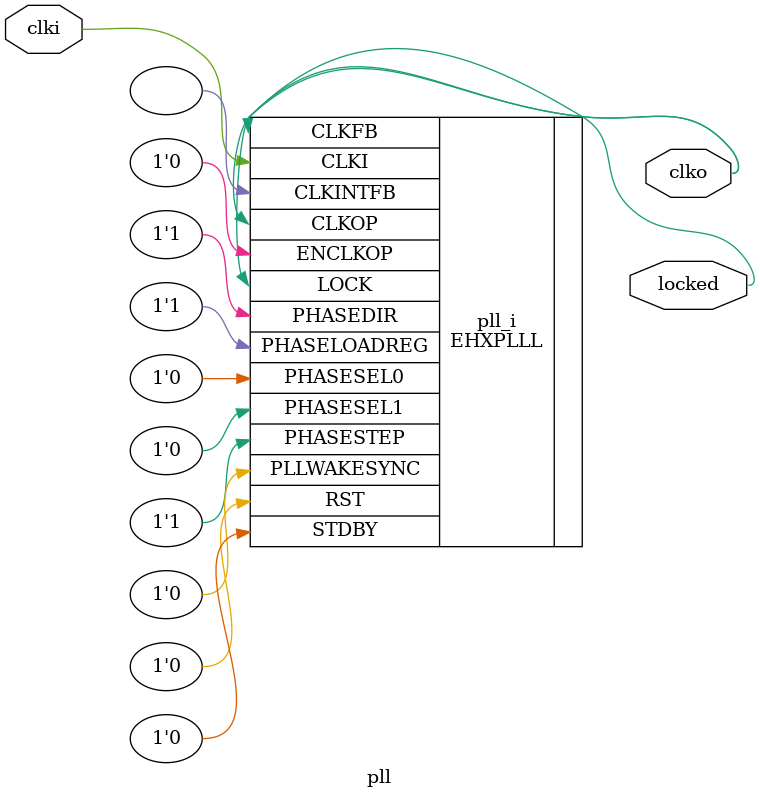
<source format=sv>

/* verilator lint_off TIMESCALEMOD */
module pll #(
   parameter int freq = 25
) (
   input  logic clki,
   output logic clko,
   output logic locked
);
 (* ICP_CURRENT="12" *) (* LPF_RESISTOR="8" *) (* MFG_ENABLE_FILTEROPAMP="1" *) (* MFG_GMCREF_SEL="2" *)
 EHXPLLL pll_i (
     .RST(1'b0),
     .STDBY(1'b0),
     .CLKI(clki),
     .CLKOP(clko),
     .CLKFB(clko),
     .CLKINTFB(),
     .PHASESEL0(1'b0),
     .PHASESEL1(1'b0),
     .PHASEDIR(1'b1),
     .PHASESTEP(1'b1),
     .PHASELOADREG(1'b1),
     .PLLWAKESYNC(1'b0),
     .ENCLKOP(1'b0),
     .LOCK(locked)
 );
 defparam pll_i.PLLRST_ENA = "DISABLED"; 
 defparam pll_i.INTFB_WAKE = "DISABLED";
 defparam pll_i.STDBY_ENABLE = "DISABLED"; 
 defparam pll_i.DPHASE_SOURCE = "DISABLED";
 defparam pll_i.OUTDIVIDER_MUXA = "DIVA"; 
 defparam pll_i.OUTDIVIDER_MUXB = "DIVB";
 defparam pll_i.OUTDIVIDER_MUXC = "DIVC"; 
 defparam pll_i.OUTDIVIDER_MUXD = "DIVD";
 defparam pll_i.CLKOP_ENABLE = "ENABLED"; 
 defparam pll_i.CLKOP_FPHASE = 0;
 defparam pll_i.FEEDBK_PATH = "CLKOP";
 generate
   case (freq)
     16: begin
       defparam pll_i.CLKI_DIV    = 8;
       defparam pll_i.CLKOP_DIV   = 38;
       defparam pll_i.CLKOP_CPHASE= 18;
       defparam pll_i.CLKFB_DIV   = 5;
     end
     20: begin
       defparam pll_i.CLKI_DIV    = 5;
       defparam pll_i.CLKOP_DIV   = 30;
       defparam pll_i.CLKOP_CPHASE= 15;
       defparam pll_i.CLKFB_DIV   = 4;
     end
     24: begin
       defparam pll_i.CLKI_DIV    = 1;
       defparam pll_i.CLKOP_DIV   = 24;
       defparam pll_i.CLKOP_CPHASE= 11;
       defparam pll_i.CLKFB_DIV   = 1;
     end
     25: begin
       defparam pll_i.CLKI_DIV    = 1;
       defparam pll_i.CLKOP_DIV   = 24;
       defparam pll_i.CLKOP_CPHASE= 11;
       defparam pll_i.CLKFB_DIV   = 1;
     end
     30: begin
       defparam pll_i.CLKI_DIV    = 5;
       defparam pll_i.CLKOP_DIV   = 20;
       defparam pll_i.CLKOP_CPHASE= 9;
       defparam pll_i.CLKFB_DIV   = 6;
     end
     35: begin
       defparam pll_i.CLKI_DIV    = 5;
       defparam pll_i.CLKOP_DIV   = 17;
       defparam pll_i.CLKOP_CPHASE= 8;
       defparam pll_i.CLKFB_DIV   = 7;
     end
     40: begin
       defparam pll_i.CLKI_DIV    = 5;
       defparam pll_i.CLKOP_DIV   = 15;
       defparam pll_i.CLKOP_CPHASE= 7;
       defparam pll_i.CLKFB_DIV   = 8;
     end
     45: begin
       defparam pll_i.CLKI_DIV    = 5;
       defparam pll_i.CLKOP_DIV   = 13;
       defparam pll_i.CLKOP_CPHASE= 6;
       defparam pll_i.CLKFB_DIV   = 9;
     end
     48: begin
       defparam pll_i.CLKI_DIV    = 8;
       defparam pll_i.CLKOP_DIV   = 13;
       defparam pll_i.CLKOP_CPHASE= 6;
       defparam pll_i.CLKFB_DIV   = 15;
     end
     50: begin
       defparam pll_i.CLKI_DIV    = 1;
       defparam pll_i.CLKOP_DIV   = 12;
       defparam pll_i.CLKOP_CPHASE= 5;
       defparam pll_i.CLKFB_DIV   = 2;
     end
     55: begin
       defparam pll_i.CLKI_DIV    = 5;
       defparam pll_i.CLKOP_DIV   = 11;
       defparam pll_i.CLKOP_CPHASE= 5;
       defparam pll_i.CLKFB_DIV   = 11;
     end
     60: begin
       defparam pll_i.CLKI_DIV    = 5;
       defparam pll_i.CLKOP_DIV   = 10;
       defparam pll_i.CLKOP_CPHASE= 4;
       defparam pll_i.CLKFB_DIV   = 12;
     end
     61: begin
       defparam pll_i.CLKI_DIV    = 7;
       defparam pll_i.CLKOP_DIV   = 11;
       defparam pll_i.CLKOP_CPHASE= 5;
       defparam pll_i.CLKFB_DIV   = 17;
     end
     62: begin
       defparam pll_i.CLKI_DIV    = 6;
       defparam pll_i.CLKOP_DIV   = 10;
       defparam pll_i.CLKOP_CPHASE= 4;
       defparam pll_i.CLKFB_DIV   = 15;
     end
     63: begin
       defparam pll_i.CLKI_DIV    = 2;
       defparam pll_i.CLKOP_DIV   = 10;
       defparam pll_i.CLKOP_CPHASE= 4;
       defparam pll_i.CLKFB_DIV   = 5;
     end
     64: begin
       defparam pll_i.CLKI_DIV    = 7;
       defparam pll_i.CLKOP_DIV   = 9;
       defparam pll_i.CLKOP_CPHASE= 4;
       defparam pll_i.CLKFB_DIV   = 18;
     end
     65: begin
       defparam pll_i.CLKI_DIV    = 5;
       defparam pll_i.CLKOP_DIV   = 9;
       defparam pll_i.CLKOP_CPHASE= 4;
       defparam pll_i.CLKFB_DIV   = 13;
     end
     66: begin
       defparam pll_i.CLKI_DIV    = 8;
       defparam pll_i.CLKOP_DIV   = 9;
       defparam pll_i.CLKOP_CPHASE= 4;
       defparam pll_i.CLKFB_DIV   = 21;
     end
     67: begin
       defparam pll_i.CLKI_DIV    = 3;
       defparam pll_i.CLKOP_DIV   = 9;
       defparam pll_i.CLKOP_CPHASE= 4;
       defparam pll_i.CLKFB_DIV   = 8;
     end
     68: begin
       defparam pll_i.CLKI_DIV    = 7;
       defparam pll_i.CLKOP_DIV   = 9;
       defparam pll_i.CLKOP_CPHASE= 4;
       defparam pll_i.CLKFB_DIV   = 19;
     end
     69: begin
       defparam pll_i.CLKI_DIV    = 4;
       defparam pll_i.CLKOP_DIV   = 9;
       defparam pll_i.CLKOP_CPHASE= 4;
       defparam pll_i.CLKFB_DIV   = 11;
     end
     70: begin
       defparam pll_i.CLKI_DIV    = 5;
       defparam pll_i.CLKOP_DIV   = 9;
       defparam pll_i.CLKOP_CPHASE= 4;
       defparam pll_i.CLKFB_DIV   = 14;
     end
     75: begin
       defparam pll_i.CLKI_DIV    = 1;
       defparam pll_i.CLKOP_DIV   = 8;
       defparam pll_i.CLKOP_CPHASE= 4;
       defparam pll_i.CLKFB_DIV   = 3;
     end
     80: begin
       defparam pll_i.CLKI_DIV    = 5;
       defparam pll_i.CLKOP_DIV   = 7;
       defparam pll_i.CLKOP_CPHASE= 3;
       defparam pll_i.CLKFB_DIV   = 16;
     end
     85: begin
       defparam pll_i.CLKI_DIV    = 5;
       defparam pll_i.CLKOP_DIV   = 7;
       defparam pll_i.CLKOP_CPHASE= 3;
       defparam pll_i.CLKFB_DIV   = 17;
     end
     90: begin
       defparam pll_i.CLKI_DIV    = 5;
       defparam pll_i.CLKOP_DIV   = 7;
       defparam pll_i.CLKOP_CPHASE= 3;
       defparam pll_i.CLKFB_DIV   = 18;
     end
     95: begin
       defparam pll_i.CLKI_DIV    = 5;
       defparam pll_i.CLKOP_DIV   = 6;
       defparam pll_i.CLKOP_CPHASE= 3;
       defparam pll_i.CLKFB_DIV   = 19;
     end
     100: begin
       defparam pll_i.CLKI_DIV    = 1;
       defparam pll_i.CLKOP_DIV   = 6;
       defparam pll_i.CLKOP_CPHASE= 2;
       defparam pll_i.CLKFB_DIV   = 4;
     end
     105: begin
       defparam pll_i.CLKI_DIV    = 5;
       defparam pll_i.CLKOP_DIV   = 6;
       defparam pll_i.CLKOP_CPHASE= 2;
       defparam pll_i.CLKFB_DIV   = 21;
     end
     110: begin
       defparam pll_i.CLKI_DIV    = 5;
       defparam pll_i.CLKOP_DIV   = 5;
       defparam pll_i.CLKOP_CPHASE= 2;
       defparam pll_i.CLKFB_DIV   = 22;
     end
     115: begin
       defparam pll_i.CLKI_DIV    = 5;
       defparam pll_i.CLKOP_DIV   = 5;
       defparam pll_i.CLKOP_CPHASE= 2;
       defparam pll_i.CLKFB_DIV   = 23;
     end
     120: begin
       defparam pll_i.CLKI_DIV    = 5;
       defparam pll_i.CLKOP_DIV   = 5;
       defparam pll_i.CLKOP_CPHASE= 2;
       defparam pll_i.CLKFB_DIV   = 24;
     end
     125: begin
       defparam pll_i.CLKI_DIV    = 1;
       defparam pll_i.CLKOP_DIV   = 5;
       defparam pll_i.CLKOP_CPHASE= 2;
       defparam pll_i.CLKFB_DIV   = 5;
     end
     130: begin
       defparam pll_i.CLKI_DIV    = 5;
       defparam pll_i.CLKOP_DIV   = 5;
       defparam pll_i.CLKOP_CPHASE= 2;
       defparam pll_i.CLKFB_DIV   = 26;
     end
     135: begin
       defparam pll_i.CLKI_DIV    = 5;
       defparam pll_i.CLKOP_DIV   = 4;
       defparam pll_i.CLKOP_CPHASE= 2;
       defparam pll_i.CLKFB_DIV   = 27;
     end
     140: begin
       defparam pll_i.CLKI_DIV    = 5;
       defparam pll_i.CLKOP_DIV   = 4;
       defparam pll_i.CLKOP_CPHASE= 1;
       defparam pll_i.CLKFB_DIV   = 28;
     end
     default:
       UNKNOWN_FREQUENCY unknown_frequency ();
   endcase
 endgenerate
endmodule
/* verilator lint_on TIMESCALEMOD */

</source>
